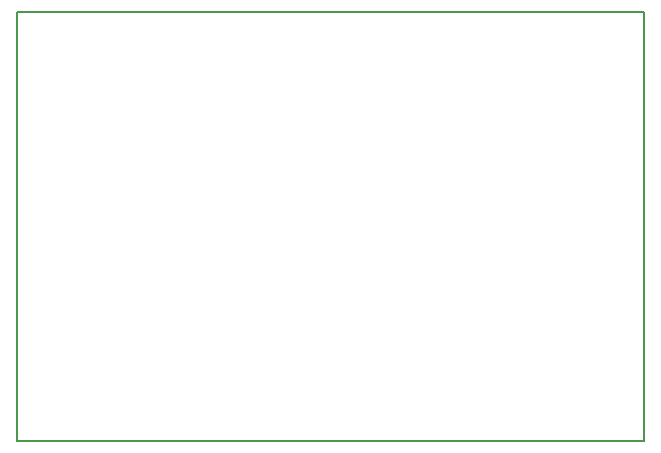
<source format=gbr>
%TF.GenerationSoftware,KiCad,Pcbnew,(2017-08-30 revision 50164e996)-master*%
%TF.CreationDate,2017-09-20T12:12:51+02:00*%
%TF.ProjectId,antispark,616E7469737061726B2E6B696361645F,rev?*%
%TF.SameCoordinates,Original*%
%TF.FileFunction,Profile,NP*%
%FSLAX46Y46*%
G04 Gerber Fmt 4.6, Leading zero omitted, Abs format (unit mm)*
G04 Created by KiCad (PCBNEW (2017-08-30 revision 50164e996)-master) date Wed Sep 20 12:12:51 2017*
%MOMM*%
%LPD*%
G01*
G04 APERTURE LIST*
%ADD10C,0.200000*%
G04 APERTURE END LIST*
D10*
X191008000Y-68580000D02*
X137922000Y-68580000D01*
X191008000Y-104902000D02*
X191008000Y-68580000D01*
X137922000Y-104902000D02*
X191008000Y-104902000D01*
X137922000Y-68580000D02*
X137922000Y-104902000D01*
M02*

</source>
